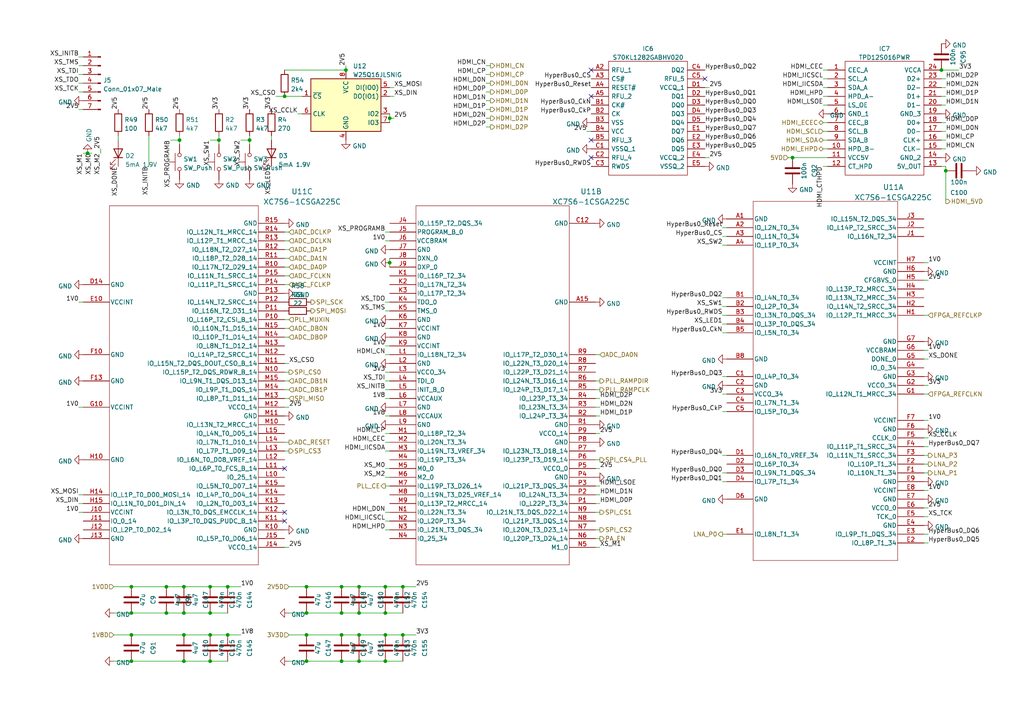
<source format=kicad_sch>
(kicad_sch (version 20211123) (generator eeschema)
  (paper "A4")
  (junction (at 113.03 34.29))
  (junction (at 99.06 170.18))
  (junction (at 104.14 191.77))
  (junction (at 88.9 191.77))
  (junction (at 273.05 20.32))
  (junction (at 48.26 177.8))
  (junction (at 66.04 170.18))
  (junction (at 72.39 40.64))
  (junction (at 52.07 40.64))
  (junction (at 104.14 170.18))
  (junction (at 113.03 76.2))
  (junction (at 66.04 184.15))
  (junction (at 53.34 184.15))
  (junction (at 111.76 184.15))
  (junction (at 25.4 44.45))
  (junction (at 99.06 177.8))
  (junction (at 53.34 191.77))
  (junction (at 104.14 177.8))
  (junction (at 116.84 170.18))
  (junction (at 111.76 170.18))
  (junction (at 100.33 20.32))
  (junction (at 60.96 184.15))
  (junction (at 111.76 177.8))
  (junction (at 111.76 191.77))
  (junction (at 60.96 191.77))
  (junction (at 53.34 177.8))
  (junction (at 60.96 177.8))
  (junction (at 38.1 170.18))
  (junction (at 38.1 177.8))
  (junction (at 63.5 40.64))
  (junction (at 104.14 184.15))
  (junction (at 60.96 170.18))
  (junction (at 229.87 45.72))
  (junction (at 88.9 184.15))
  (junction (at 99.06 191.77))
  (junction (at 38.1 184.15))
  (junction (at 274.32 49.53))
  (junction (at 88.9 170.18))
  (junction (at 38.1 191.77))
  (junction (at 48.26 170.18))
  (junction (at 116.84 184.15))
  (junction (at 99.06 184.15))
  (junction (at 53.34 170.18))
  (junction (at 88.9 177.8))
  (junction (at 82.55 27.94))
  (no_connect (at 82.55 151.13))
  (no_connect (at 82.55 148.59))
  (no_connect (at 82.55 135.89))
  (no_connect (at 171.45 20.32))
  (no_connect (at 171.45 40.64))
  (no_connect (at 171.45 27.94))
  (no_connect (at 171.45 45.72))
  (no_connect (at 204.47 22.86))
  (wire (pts (xy 82.55 82.55) (xy 83.82 82.55)))
  (wire (pts (xy 104.14 184.15) (xy 111.76 184.15)))
  (wire (pts (xy 82.55 118.11) (xy 83.82 118.11)))
  (wire (pts (xy 111.76 125.73) (xy 113.03 125.73)))
  (wire (pts (xy 22.86 19.05) (xy 24.13 19.05)))
  (wire (pts (xy 209.55 86.36) (xy 210.82 86.36)))
  (wire (pts (xy 267.97 121.92) (xy 269.24 121.92)))
  (wire (pts (xy 274.32 49.53) (xy 274.32 58.42)))
  (wire (pts (xy 173.99 140.97) (xy 172.72 140.97)))
  (wire (pts (xy 111.76 153.67) (xy 113.03 153.67)))
  (wire (pts (xy 82.55 158.75) (xy 83.82 158.75)))
  (wire (pts (xy 24.13 44.45) (xy 25.4 44.45)))
  (wire (pts (xy 38.1 177.8) (xy 48.26 177.8)))
  (wire (pts (xy 209.55 93.98) (xy 210.82 93.98)))
  (wire (pts (xy 38.1 170.18) (xy 48.26 170.18)))
  (wire (pts (xy 140.97 34.29) (xy 142.24 34.29)))
  (wire (pts (xy 173.99 148.59) (xy 172.72 148.59)))
  (wire (pts (xy 78.74 39.37) (xy 78.74 40.64)))
  (wire (pts (xy 83.82 184.15) (xy 88.9 184.15)))
  (wire (pts (xy 274.32 25.4) (xy 273.05 25.4)))
  (wire (pts (xy 238.76 35.56) (xy 240.03 35.56)))
  (wire (pts (xy 83.82 170.18) (xy 88.9 170.18)))
  (wire (pts (xy 82.55 128.27) (xy 83.82 128.27)))
  (wire (pts (xy 228.6 45.72) (xy 229.87 45.72)))
  (wire (pts (xy 22.86 21.59) (xy 24.13 21.59)))
  (wire (pts (xy 111.76 107.95) (xy 113.03 107.95)))
  (wire (pts (xy 22.86 26.67) (xy 24.13 26.67)))
  (wire (pts (xy 111.76 138.43) (xy 113.03 138.43)))
  (wire (pts (xy 80.01 27.94) (xy 82.55 27.94)))
  (wire (pts (xy 267.97 91.44) (xy 269.24 91.44)))
  (wire (pts (xy 267.97 101.6) (xy 269.24 101.6)))
  (wire (pts (xy 267.97 76.2) (xy 269.24 76.2)))
  (wire (pts (xy 111.76 128.27) (xy 113.03 128.27)))
  (wire (pts (xy 172.72 135.89) (xy 173.99 135.89)))
  (wire (pts (xy 209.55 109.22) (xy 210.82 109.22)))
  (wire (pts (xy 209.55 114.3) (xy 210.82 114.3)))
  (wire (pts (xy 66.04 170.18) (xy 69.85 170.18)))
  (wire (pts (xy 111.76 170.18) (xy 116.84 170.18)))
  (wire (pts (xy 209.55 91.44) (xy 210.82 91.44)))
  (wire (pts (xy 113.03 76.2) (xy 113.03 77.47)))
  (wire (pts (xy 111.76 148.59) (xy 113.03 148.59)))
  (wire (pts (xy 38.1 191.77) (xy 53.34 191.77)))
  (wire (pts (xy 267.97 142.24) (xy 269.24 142.24)))
  (wire (pts (xy 22.86 118.11) (xy 24.13 118.11)))
  (wire (pts (xy 173.99 143.51) (xy 172.72 143.51)))
  (wire (pts (xy 83.82 77.47) (xy 82.55 77.47)))
  (wire (pts (xy 113.03 25.4) (xy 114.3 25.4)))
  (wire (pts (xy 52.07 40.64) (xy 49.53 40.64)))
  (wire (pts (xy 238.76 27.94) (xy 240.03 27.94)))
  (wire (pts (xy 82.55 115.57) (xy 83.82 115.57)))
  (wire (pts (xy 205.74 45.72) (xy 204.47 45.72)))
  (wire (pts (xy 22.86 146.05) (xy 24.13 146.05)))
  (wire (pts (xy 22.86 24.13) (xy 24.13 24.13)))
  (wire (pts (xy 209.55 66.04) (xy 210.82 66.04)))
  (wire (pts (xy 111.76 115.57) (xy 113.03 115.57)))
  (wire (pts (xy 267.97 147.32) (xy 269.24 147.32)))
  (wire (pts (xy 111.76 95.25) (xy 113.03 95.25)))
  (wire (pts (xy 267.97 134.62) (xy 269.24 134.62)))
  (wire (pts (xy 116.84 184.15) (xy 120.65 184.15)))
  (wire (pts (xy 173.99 110.49) (xy 172.72 110.49)))
  (wire (pts (xy 99.06 184.15) (xy 104.14 184.15)))
  (wire (pts (xy 99.06 170.18) (xy 104.14 170.18)))
  (wire (pts (xy 238.76 20.32) (xy 240.03 20.32)))
  (wire (pts (xy 170.18 38.1) (xy 171.45 38.1)))
  (wire (pts (xy 104.14 191.77) (xy 111.76 191.77)))
  (wire (pts (xy 86.36 33.02) (xy 87.63 33.02)))
  (wire (pts (xy 48.26 170.18) (xy 53.34 170.18)))
  (wire (pts (xy 22.86 87.63) (xy 24.13 87.63)))
  (wire (pts (xy 63.5 40.64) (xy 60.96 40.64)))
  (wire (pts (xy 83.82 74.93) (xy 82.55 74.93)))
  (wire (pts (xy 22.86 148.59) (xy 24.13 148.59)))
  (wire (pts (xy 111.76 184.15) (xy 116.84 184.15)))
  (wire (pts (xy 140.97 36.83) (xy 142.24 36.83)))
  (wire (pts (xy 238.76 30.48) (xy 240.03 30.48)))
  (wire (pts (xy 172.72 125.73) (xy 173.99 125.73)))
  (wire (pts (xy 82.55 107.95) (xy 83.82 107.95)))
  (wire (pts (xy 63.5 40.64) (xy 63.5 41.91)))
  (wire (pts (xy 111.76 67.31) (xy 113.03 67.31)))
  (wire (pts (xy 274.32 27.94) (xy 273.05 27.94)))
  (wire (pts (xy 83.82 191.77) (xy 88.9 191.77)))
  (wire (pts (xy 111.76 151.13) (xy 113.03 151.13)))
  (wire (pts (xy 83.82 130.81) (xy 82.55 130.81)))
  (wire (pts (xy 25.4 44.45) (xy 26.67 44.45)))
  (wire (pts (xy 48.26 177.8) (xy 53.34 177.8)))
  (wire (pts (xy 209.55 137.16) (xy 210.82 137.16)))
  (wire (pts (xy 140.97 19.05) (xy 142.24 19.05)))
  (wire (pts (xy 238.76 25.4) (xy 240.03 25.4)))
  (wire (pts (xy 33.02 191.77) (xy 38.1 191.77)))
  (wire (pts (xy 238.76 48.26) (xy 240.03 48.26)))
  (wire (pts (xy 52.07 39.37) (xy 52.07 40.64)))
  (wire (pts (xy 63.5 39.37) (xy 63.5 40.64)))
  (wire (pts (xy 274.32 30.48) (xy 273.05 30.48)))
  (wire (pts (xy 274.32 35.56) (xy 273.05 35.56)))
  (wire (pts (xy 72.39 40.64) (xy 72.39 41.91)))
  (wire (pts (xy 274.32 43.18) (xy 273.05 43.18)))
  (wire (pts (xy 113.03 33.02) (xy 113.03 34.29)))
  (wire (pts (xy 88.9 177.8) (xy 99.06 177.8)))
  (wire (pts (xy 209.55 68.58) (xy 210.82 68.58)))
  (wire (pts (xy 72.39 39.37) (xy 72.39 40.64)))
  (wire (pts (xy 83.82 67.31) (xy 82.55 67.31)))
  (wire (pts (xy 269.24 129.54) (xy 267.97 129.54)))
  (wire (pts (xy 111.76 87.63) (xy 113.03 87.63)))
  (wire (pts (xy 111.76 113.03) (xy 113.03 113.03)))
  (wire (pts (xy 83.82 113.03) (xy 82.55 113.03)))
  (wire (pts (xy 209.55 71.12) (xy 210.82 71.12)))
  (wire (pts (xy 82.55 27.94) (xy 87.63 27.94)))
  (wire (pts (xy 140.97 21.59) (xy 142.24 21.59)))
  (wire (pts (xy 83.82 72.39) (xy 82.55 72.39)))
  (wire (pts (xy 83.82 69.85) (xy 82.55 69.85)))
  (wire (pts (xy 111.76 90.17) (xy 113.03 90.17)))
  (wire (pts (xy 38.1 184.15) (xy 53.34 184.15)))
  (wire (pts (xy 140.97 26.67) (xy 142.24 26.67)))
  (wire (pts (xy 172.72 153.67) (xy 173.99 153.67)))
  (wire (pts (xy 229.87 45.72) (xy 240.03 45.72)))
  (wire (pts (xy 173.99 158.75) (xy 172.72 158.75)))
  (wire (pts (xy 52.07 40.64) (xy 52.07 41.91)))
  (wire (pts (xy 72.39 40.64) (xy 69.85 40.64)))
  (wire (pts (xy 113.03 34.29) (xy 114.3 34.29)))
  (wire (pts (xy 209.55 119.38) (xy 210.82 119.38)))
  (wire (pts (xy 173.99 133.35) (xy 172.72 133.35)))
  (wire (pts (xy 238.76 38.1) (xy 240.03 38.1)))
  (wire (pts (xy 60.96 184.15) (xy 66.04 184.15)))
  (wire (pts (xy 113.03 34.29) (xy 113.03 35.56)))
  (wire (pts (xy 60.96 191.77) (xy 66.04 191.77)))
  (wire (pts (xy 111.76 191.77) (xy 116.84 191.77)))
  (wire (pts (xy 83.82 105.41) (xy 82.55 105.41)))
  (wire (pts (xy 99.06 177.8) (xy 104.14 177.8)))
  (wire (pts (xy 269.24 104.14) (xy 267.97 104.14)))
  (wire (pts (xy 83.82 92.71) (xy 82.55 92.71)))
  (wire (pts (xy 269.24 149.86) (xy 267.97 149.86)))
  (wire (pts (xy 82.55 20.32) (xy 100.33 20.32)))
  (wire (pts (xy 274.32 38.1) (xy 273.05 38.1)))
  (wire (pts (xy 274.32 22.86) (xy 273.05 22.86)))
  (wire (pts (xy 111.76 102.87) (xy 113.03 102.87)))
  (wire (pts (xy 66.04 184.15) (xy 69.85 184.15)))
  (wire (pts (xy 209.55 88.9) (xy 210.82 88.9)))
  (wire (pts (xy 238.76 22.86) (xy 240.03 22.86)))
  (wire (pts (xy 53.34 177.8) (xy 60.96 177.8)))
  (wire (pts (xy 33.02 177.8) (xy 38.1 177.8)))
  (wire (pts (xy 205.74 25.4) (xy 204.47 25.4)))
  (wire (pts (xy 113.03 76.2) (xy 113.03 74.93)))
  (wire (pts (xy 100.33 19.05) (xy 100.33 20.32)))
  (wire (pts (xy 140.97 24.13) (xy 142.24 24.13)))
  (wire (pts (xy 172.72 113.03) (xy 173.99 113.03)))
  (wire (pts (xy 140.97 29.21) (xy 142.24 29.21)))
  (wire (pts (xy 238.76 40.64) (xy 240.03 40.64)))
  (wire (pts (xy 83.82 110.49) (xy 82.55 110.49)))
  (wire (pts (xy 104.14 177.8) (xy 111.76 177.8)))
  (wire (pts (xy 104.14 170.18) (xy 111.76 170.18)))
  (wire (pts (xy 22.86 143.51) (xy 24.13 143.51)))
  (wire (pts (xy 209.55 96.52) (xy 210.82 96.52)))
  (wire (pts (xy 274.32 48.26) (xy 273.05 48.26)))
  (wire (pts (xy 53.34 170.18) (xy 60.96 170.18)))
  (wire (pts (xy 111.76 100.33) (xy 113.03 100.33)))
  (wire (pts (xy 267.97 114.3) (xy 269.24 114.3)))
  (wire (pts (xy 88.9 184.15) (xy 99.06 184.15)))
  (wire (pts (xy 111.76 177.8) (xy 116.84 177.8)))
  (wire (pts (xy 116.84 170.18) (xy 120.65 170.18)))
  (wire (pts (xy 53.34 191.77) (xy 60.96 191.77)))
  (wire (pts (xy 88.9 170.18) (xy 99.06 170.18)))
  (wire (pts (xy 22.86 31.75) (xy 24.13 31.75)))
  (wire (pts (xy 173.99 102.87) (xy 172.72 102.87)))
  (wire (pts (xy 209.55 132.08) (xy 210.82 132.08)))
  (wire (pts (xy 29.21 43.18) (xy 29.21 44.45)))
  (wire (pts (xy 209.55 154.94) (xy 210.82 154.94)))
  (wire (pts (xy 111.76 135.89) (xy 113.03 135.89)))
  (wire (pts (xy 113.03 27.94) (xy 114.3 27.94)))
  (wire (pts (xy 238.76 43.18) (xy 240.03 43.18)))
  (wire (pts (xy 267.97 132.08) (xy 269.24 132.08)))
  (wire (pts (xy 111.76 140.97) (xy 113.03 140.97)))
  (wire (pts (xy 111.76 110.49) (xy 113.03 110.49)))
  (wire (pts (xy 173.99 115.57) (xy 172.72 115.57)))
  (wire (pts (xy 173.99 146.05) (xy 172.72 146.05)))
  (wire (pts (xy 274.32 40.64) (xy 273.05 40.64)))
  (wire (pts (xy 269.24 137.16) (xy 267.97 137.16)))
  (wire (pts (xy 111.76 120.65) (xy 113.03 120.65)))
  (wire (pts (xy 60.96 177.8) (xy 66.04 177.8)))
  (wire (pts (xy 83.82 177.8) (xy 88.9 177.8)))
  (wire (pts (xy 274.32 48.26) (xy 274.32 49.53)))
  (wire (pts (xy 83.82 80.01) (xy 82.55 80.01)))
  (wire (pts (xy 88.9 191.77) (xy 99.06 191.77)))
  (wire (pts (xy 269.24 127) (xy 267.97 127)))
  (wire (pts (xy 34.29 39.37) (xy 34.29 40.64)))
  (wire (pts (xy 53.34 184.15) (xy 60.96 184.15)))
  (wire (pts (xy 82.55 95.25) (xy 83.82 95.25)))
  (wire (pts (xy 269.24 157.48) (xy 267.97 157.48)))
  (wire (pts (xy 111.76 130.81) (xy 113.03 130.81)))
  (wire (pts (xy 140.97 31.75) (xy 142.24 31.75)))
  (wire (pts (xy 172.72 156.21) (xy 173.99 156.21)))
  (wire (pts (xy 173.99 118.11) (xy 172.72 118.11)))
  (wire (pts (xy 60.96 170.18) (xy 66.04 170.18)))
  (wire (pts (xy 173.99 120.65) (xy 172.72 120.65)))
  (wire (pts (xy 43.18 39.37) (xy 43.18 48.26)))
  (wire (pts (xy 33.02 184.15) (xy 38.1 184.15)))
  (wire (pts (xy 267.97 111.76) (xy 269.24 111.76)))
  (wire (pts (xy 111.76 69.85) (xy 113.03 69.85)))
  (wire (pts (xy 22.86 16.51) (xy 24.13 16.51)))
  (wire (pts (xy 269.24 154.94) (xy 267.97 154.94)))
  (wire (pts (xy 267.97 81.28) (xy 269.24 81.28)))
  (wire (pts (xy 33.02 170.18) (xy 38.1 170.18)))
  (wire (pts (xy 273.05 20.32) (xy 278.13 20.32)))
  (wire (pts (xy 99.06 191.77) (xy 104.14 191.77)))
  (wire (pts (xy 209.55 139.7) (xy 210.82 139.7)))
  (wire (pts (xy 82.55 97.79) (xy 83.82 97.79)))
  (label "XS_M0" (at 26.67 44.45 270))
  (label "1V0" (at 22.86 87.63 180))
  (label "HDMI_D2N" (at 173.99 118.11 0))
  (label "XS_DONE" (at 269.24 104.14 0))
  (label "HyperBus0_DQ4" (at 209.55 132.08 180))
  (label "XS_TDI" (at 22.86 21.59 180))
  (label "2V5" (at 173.99 125.73 0))
  (label "XS_TMS" (at 22.86 19.05 180))
  (label "HyperBus0_DQ5" (at 269.24 157.48 0))
  (label "2V5" (at 100.33 19.05 90))
  (label "XS_SW1" (at 209.55 88.9 180))
  (label "1V0" (at 269.24 142.24 0))
  (label "XS_M2" (at 29.21 44.45 270))
  (label "HDMI_D2N" (at 140.97 34.29 180))
  (label "1V0" (at 22.86 148.59 180))
  (label "1V8" (at 69.85 184.15 0))
  (label "HyperBus0_DQ1" (at 209.55 139.7 180))
  (label "XS_INITB" (at 43.18 48.26 270))
  (label "HDMI_CN" (at 140.97 19.05 180))
  (label "HyperBus0_DQ7" (at 204.47 38.1 0))
  (label "HyperBus0_DQ0" (at 204.47 30.48 0))
  (label "HDMI_D1N" (at 140.97 29.21 180))
  (label "1V0" (at 69.85 170.18 0))
  (label "XS_M1" (at 24.13 44.45 270))
  (label "XS_CSO" (at 80.01 27.94 180))
  (label "HDMI_D0P" (at 173.99 146.05 0))
  (label "2V5" (at 22.86 31.75 180))
  (label "XS_DIN" (at 114.3 27.94 0))
  (label "XS_DIN" (at 22.86 146.05 180))
  (label "HDMI_HPD" (at 111.76 153.67 180))
  (label "XS_TCK" (at 269.24 149.86 0))
  (label "HDMI_CN" (at 274.32 43.18 0))
  (label "XS_M0" (at 111.76 135.89 180))
  (label "HyperBus0_Reset" (at 171.45 25.4 180))
  (label "XS_CSO" (at 83.82 105.41 0))
  (label "HDMI_CP" (at 111.76 125.73 180))
  (label "2V5" (at 29.21 43.18 90))
  (label "HDMI_D0N" (at 111.76 148.59 180))
  (label "1V0" (at 269.24 101.6 0))
  (label "1V8" (at 111.76 120.65 180))
  (label "2V5" (at 269.24 81.28 0))
  (label "3V3" (at 269.24 111.76 0))
  (label "2V5" (at 52.07 31.75 90))
  (label "XS_INITB" (at 111.76 113.03 180))
  (label "HyperBus0_DQ3" (at 204.47 33.02 0))
  (label "3V3" (at 111.76 107.95 180))
  (label "HDMI_D1P" (at 274.32 27.94 0))
  (label "2V5" (at 269.24 147.32 0))
  (label "HyperBus0_DQ4" (at 204.47 35.56 0))
  (label "XS_TDI" (at 111.76 110.49 180))
  (label "2V5" (at 205.74 45.72 0))
  (label "HyperBus0_DQ1" (at 204.47 27.94 0))
  (label "HyperBus0_DQ7" (at 269.24 129.54 0))
  (label "1V0" (at 269.24 76.2 0))
  (label "XS_M2" (at 111.76 138.43 180))
  (label "HyperBus0_DQ2" (at 204.47 20.32 0))
  (label "XS_SW2" (at 209.55 71.12 180))
  (label "XS_SW2" (at 69.85 40.64 270))
  (label "HyperBus0_Reset" (at 209.55 66.04 180))
  (label "HDMI_D0P" (at 140.97 26.67 180))
  (label "HyperBus0_CS" (at 209.55 68.58 180))
  (label "XS_CCLK" (at 86.36 33.02 180))
  (label "HyperBus0_CkN" (at 209.55 96.52 180))
  (label "HDMI_CP" (at 140.97 21.59 180))
  (label "HDMI_CEC" (at 111.76 128.27 180))
  (label "2V5" (at 120.65 170.18 0))
  (label "XS_PROGRAMB" (at 111.76 67.31 180))
  (label "1V0" (at 111.76 95.25 180))
  (label "HDMI_HPD" (at 238.76 27.94 180))
  (label "XS_PROGRAMB" (at 49.53 40.64 270))
  (label "HDMI_D2P" (at 274.32 22.86 0))
  (label "3V3" (at 120.65 184.15 0))
  (label "XS_MOSI" (at 114.3 25.4 0))
  (label "XS_LED1" (at 209.55 93.98 180))
  (label "HDMI_D0P" (at 274.32 35.56 0))
  (label "HDMI_IICSDA" (at 238.76 25.4 180))
  (label "HDMI_D2N" (at 274.32 25.4 0))
  (label "3V3" (at 278.13 20.32 0))
  (label "HDMI_D2P" (at 173.99 115.57 0))
  (label "2V5" (at 34.29 31.75 90))
  (label "HDMI_CEC" (at 238.76 20.32 180))
  (label "HDMI_D1N" (at 274.32 30.48 0))
  (label "2V5" (at 170.18 38.1 180))
  (label "XS_TDO" (at 111.76 87.63 180))
  (label "HDMI_LSOE" (at 238.76 30.48 180))
  (label "HDMI_CN" (at 111.76 102.87 180))
  (label "1V0" (at 269.24 121.92 0))
  (label "XS_MOSI" (at 22.86 143.51 180))
  (label "HyperBus0_CkP" (at 171.45 33.02 180))
  (label "HDMI_D0N" (at 274.32 38.1 0))
  (label "2V5" (at 114.3 34.29 0))
  (label "HDMI_LSOE" (at 173.99 140.97 0))
  (label "XS_TCK" (at 22.86 26.67 180))
  (label "XS_SW1" (at 60.96 40.64 270))
  (label "HDMI_D0N" (at 140.97 24.13 180))
  (label "HDMI_D1N" (at 173.99 143.51 0))
  (label "HDMI_D2P" (at 140.97 36.83 180))
  (label "3V3" (at 209.55 114.3 180))
  (label "2V5" (at 83.82 118.11 0))
  (label "XS_CCLK" (at 269.24 127 0))
  (label "HyperBus0_DQ2" (at 209.55 86.36 180))
  (label "HyperBus0_RWDS" (at 209.55 91.44 180))
  (label "HDMI_IICSCL" (at 111.76 151.13 180))
  (label "HyperBus0_CkP" (at 209.55 119.38 180))
  (label "XS_DONE" (at 34.29 48.26 270))
  (label "3V3" (at 78.74 31.75 90))
  (label "HDMI_D1P" (at 140.97 31.75 180))
  (label "HyperBus0_DQ5" (at 204.47 43.18 0))
  (label "1V0" (at 111.76 69.85 180))
  (label "HyperBus0_DQ6" (at 269.24 154.94 0))
  (label "HyperBus0_RWDS" (at 171.45 48.26 180))
  (label "2V5" (at 205.74 25.4 0))
  (label "3V3" (at 63.5 31.75 90))
  (label "HyperBus0_CkN" (at 171.45 30.48 180))
  (label "XS_TMS" (at 111.76 90.17 180))
  (label "HDMI_CP" (at 274.32 40.64 0))
  (label "HDMI_IICSCL" (at 238.76 22.86 180))
  (label "1V0" (at 111.76 100.33 180))
  (label "HDMI_IICSDA" (at 111.76 130.81 180))
  (label "HyperBus0_DQ6" (at 204.47 40.64 0))
  (label "XS_INITB" (at 22.86 16.51 180))
  (label "1V8" (at 111.76 115.57 180))
  (label "HDMI_CTHPD" (at 238.76 48.26 270))
  (label "2V5" (at 43.18 31.75 90))
  (label "XS_TDO" (at 22.86 24.13 180))
  (label "1V0" (at 22.86 118.11 180))
  (label "HyperBus0_DQ3" (at 209.55 109.22 180))
  (label "3V3" (at 72.39 31.75 90))
  (label "2V5" (at 83.82 158.75 0))
  (label "HyperBus0_CS" (at 171.45 22.86 180))
  (label "XS_M1" (at 173.99 158.75 0))
  (label "2V5" (at 173.99 135.89 0))
  (label "XS_LED1" (at 78.74 48.26 270))
  (label "HDMI_D1P" (at 173.99 120.65 0))
  (label "HyperBus0_DQ0" (at 209.55 137.16 180))
  (hierarchical_label "FPGA_REFCLKN" (shape input) (at 269.24 114.3 0))
  (hierarchical_label "ADC_DB0N" (shape input) (at 83.82 95.25 0))
  (hierarchical_label "HDMI_ECEC" (shape bidirectional) (at 238.76 35.56 180))
  (hierarchical_label "PA_EN" (shape output) (at 173.99 156.21 0))
  (hierarchical_label "ADC_DB1P" (shape input) (at 83.82 113.03 0))
  (hierarchical_label "HDMI_EHPD" (shape bidirectional) (at 238.76 43.18 180))
  (hierarchical_label "SPI_CS1" (shape output) (at 173.99 148.59 0))
  (hierarchical_label "HDMI_SCL" (shape input) (at 238.76 38.1 180))
  (hierarchical_label "3V3D" (shape input) (at 83.82 184.15 180))
  (hierarchical_label "PLL_RAMPCLK" (shape output) (at 173.99 113.03 0))
  (hierarchical_label "2V5D" (shape input) (at 83.82 170.18 180))
  (hierarchical_label "LNA_P3" (shape output) (at 269.24 132.08 0))
  (hierarchical_label "SPI_MISO" (shape input) (at 83.82 115.57 0))
  (hierarchical_label "ADC_DA0P" (shape input) (at 83.82 77.47 0))
  (hierarchical_label "HDMI_D2P" (shape output) (at 142.24 36.83 0))
  (hierarchical_label "ADC_DCLKN" (shape input) (at 83.82 69.85 0))
  (hierarchical_label "LNA_P0" (shape output) (at 209.55 154.94 180))
  (hierarchical_label "PLL_RAMPDIR" (shape output) (at 173.99 110.49 0))
  (hierarchical_label "1V8D" (shape input) (at 33.02 184.15 180))
  (hierarchical_label "ADC_FCLKP" (shape input) (at 83.82 82.55 0))
  (hierarchical_label "ADC_RESET" (shape output) (at 83.82 128.27 0))
  (hierarchical_label "SPI_CS4_PLL" (shape output) (at 173.99 133.35 0))
  (hierarchical_label "ADC_DB1N" (shape input) (at 83.82 110.49 0))
  (hierarchical_label "HDMI_D2N" (shape output) (at 142.24 34.29 0))
  (hierarchical_label "PLL_CE" (shape output) (at 111.76 140.97 180))
  (hierarchical_label "ADC_DA1P" (shape input) (at 83.82 72.39 0))
  (hierarchical_label "HDMI_D1N" (shape output) (at 142.24 29.21 0))
  (hierarchical_label "HDMI_CP" (shape output) (at 142.24 21.59 0))
  (hierarchical_label "LNA_P2" (shape output) (at 269.24 134.62 0))
  (hierarchical_label "SPI_MOSI" (shape output) (at 90.17 90.17 0))
  (hierarchical_label "HDMI_CN" (shape output) (at 142.24 19.05 0))
  (hierarchical_label "FPGA_REFCLKP" (shape input) (at 269.24 91.44 0))
  (hierarchical_label "ADC_DB0P" (shape input) (at 83.82 97.79 0))
  (hierarchical_label "HDMI_SDA" (shape bidirectional) (at 238.76 40.64 180))
  (hierarchical_label "SPI_CS3" (shape output) (at 83.82 130.81 0))
  (hierarchical_label "1V0D" (shape input) (at 33.02 170.18 180))
  (hierarchical_label "ADC_DA0N" (shape input) (at 173.99 102.87 0))
  (hierarchical_label "ADC_DA1N" (shape input) (at 83.82 74.93 0))
  (hierarchical_label "ADC_FCLKN" (shape input) (at 83.82 80.01 0))
  (hierarchical_label "HDMI_D1P" (shape output) (at 142.24 31.75 0))
  (hierarchical_label "SPI_SCK" (shape output) (at 90.17 87.63 0))
  (hierarchical_label "5VD" (shape input) (at 228.6 45.72 180))
  (hierarchical_label "ADC_DCLKP" (shape input) (at 83.82 67.31 0))
  (hierarchical_label "HDMI_D0N" (shape output) (at 142.24 24.13 0))
  (hierarchical_label "PLL_MUXIN" (shape input) (at 83.82 92.71 0))
  (hierarchical_label "HDMI_5VD" (shape output) (at 274.32 58.42 0))
  (hierarchical_label "HDMI_D0P" (shape output) (at 142.24 26.67 0))
  (hierarchical_label "SPI_CS0" (shape output) (at 83.82 107.95 0))
  (hierarchical_label "SPI_CS2" (shape output) (at 173.99 153.67 0))
  (hierarchical_label "LNA_P1" (shape output) (at 269.24 137.16 0))
  (symbol (lib_id "power:GND") (at 172.72 128.27 90) (unit 1)
    (property "Reference" "#PWR0239" (effects hide))
    (property "Value" "GND" (at 175.895 128.7038 90) (effects (justify right)))
  )
  (symbol (lib_id "XC7S6-CSGA225:XC7S6-1CSGA225C") (at 24.13 64.77 0) (unit 3)
    (property "Reference" "U11" (at 87.63 55.5424 0) (effects (font (size 1.524 1.524))))
    (property "Value" "XC7S6-1CSGA225C" (at 87.63 58.5358 0) (effects (font (size 1.524 1.524))))
    (property "Footprint" "XC7S6-CSGA225:CSGA225_XIL" (effects hide))
    (property "Datasheet" "XC7S6-1CSGA225C" (effects hide))
  )
  (symbol (lib_id "Device:C") (at 111.76 173.99 0) (unit 1)
    (property "Reference" "C152" (at 118.11 173.99 90))
    (property "Value" "470n" (at 115.0819 173.99 90))
    (property "Footprint" "Capacitor_SMD:C_0402_1005Metric" (effects hide))
  )
  (symbol (lib_id "power:GND") (at 267.97 152.4 90) (unit 1)
    (property "Reference" "#PWR0261" (effects hide))
    (property "Value" "GND" (at 271.145 152.8338 90) (effects (justify right)))
  )
  (symbol (lib_id "power:GND") (at 171.45 43.18 270) (unit 1)
    (property "Reference" "#PWR0241" (effects hide))
    (property "Value" "GND" (at 168.2751 43.6138 90) (effects (justify right)))
  )
  (symbol (lib_id "power:GND") (at 24.13 133.35 270) (unit 1)
    (property "Reference" "#PWR0202" (effects hide))
    (property "Value" "GND" (at 20.9551 133.7838 90) (effects (justify right)))
  )
  (symbol (lib_id "power:GND") (at 33.02 177.8 270) (unit 1)
    (property "Reference" "#PWR0196" (effects hide))
    (property "Value" "GND" (at 33.655 178.2338 90) (effects (justify left)))
  )
  (symbol (lib_id "power:GND") (at 113.03 72.39 270) (unit 1)
    (property "Reference" "#PWR0220" (effects hide))
    (property "Value" "GND" (at 109.8551 72.8238 90) (effects (justify right)))
  )
  (symbol (lib_id "power:GND") (at 25.4 44.45 180) (unit 1)
    (property "Reference" "#PWR0174" (effects hide))
    (property "Value" "GND" (at 25.8338 41.275 90) (effects (justify right)))
  )
  (symbol (lib_id "power:GND") (at 267.97 144.78 90) (unit 1)
    (property "Reference" "#PWR0251" (effects hide))
    (property "Value" "GND" (at 271.145 145.2138 90) (effects (justify right)))
  )
  (symbol (lib_id "Device:R") (at 82.55 24.13 180) (unit 1)
    (property "Reference" "R54" (at 84.328 23.2953 0) (effects (justify right)))
    (property "Value" "2k4" (at 84.328 25.8322 0) (effects (justify right)))
    (property "Footprint" "Resistor_SMD:R_0402_1005Metric" (effects hide))
  )
  (symbol (lib_id "power:GND") (at 24.13 102.87 270) (unit 1)
    (property "Reference" "#PWR0204" (effects hide))
    (property "Value" "GND" (at 20.9551 103.3038 90) (effects (justify right)))
  )
  (symbol (lib_id "Device:C") (at 104.14 173.99 0) (unit 1)
    (property "Reference" "C150" (at 110.49 173.99 90))
    (property "Value" "4u7" (at 107.4619 173.99 90))
    (property "Footprint" "Capacitor_SMD:C_0603_1608Metric" (effects hide))
  )
  (symbol (lib_id "Switch:SW_Push") (at 72.39 46.99 90) (unit 1)
    (property "Reference" "SW3" (at 73.533 46.1553 90) (effects (justify right)))
    (property "Value" "SW_Push" (at 73.533 48.6922 90) (effects (justify right)))
    (property "Footprint" "Button_Switch_SMD:SW_Push_SPST_NO_Alps_SKRK" (effects hide))
  )
  (symbol (lib_id "Device:C") (at 66.04 173.99 0) (unit 1)
    (property "Reference" "C144" (at 72.39 173.99 90))
    (property "Value" "470n" (at 69.3619 173.99 90))
    (property "Footprint" "Capacitor_SMD:C_0402_1005Metric" (effects hide))
  )
  (symbol (lib_id "power:GND") (at 267.97 139.7 90) (unit 1)
    (property "Reference" "#PWR0252" (effects hide))
    (property "Value" "GND" (at 271.145 140.1338 90) (effects (justify right)))
  )
  (symbol (lib_id "power:GND") (at 113.03 97.79 270) (unit 1)
    (property "Reference" "#PWR0222" (effects hide))
    (property "Value" "GND" (at 109.8551 98.2238 90) (effects (justify right)))
  )
  (symbol (lib_id "power:GND") (at 82.55 85.09 90) (unit 1)
    (property "Reference" "#PWR0206" (effects hide))
    (property "Value" "GND" (at 85.725 85.5238 90) (effects (justify right)))
  )
  (symbol (lib_id "Device:C") (at 99.06 173.99 0) (unit 1)
    (property "Reference" "C148" (at 105.41 173.99 90))
    (property "Value" "4u7" (at 102.3819 173.99 90))
    (property "Footprint" "Capacitor_SMD:C_0603_1608Metric" (effects hide))
  )
  (symbol (lib_id "TPD12S016PWR:TPD12S016PWR") (at 240.03 20.32 0) (unit 1)
    (property "Reference" "IC7" (at 256.54 14.131 0))
    (property "Value" "TPD12S016PWR" (at 256.54 16.6679 0))
    (property "Footprint" "Package_SO:TSSOP-24_4.4x7.8mm_P0.65mm" (effects hide))
    (property "Datasheet" "http://www.ti.com/lit/ds/symlink/tpd12s016.pdf" (effects hide))
    (property "Description" "Texas Instruments,TPD12S016PWR,IC,HDMI TPD12S016PWR, HDMI Interface 12-channel HDMI 4.5" (effects hide))
    (property "Height" "1.2" (effects hide))
    (property "Mouser Part Number" "595-TPD12S016PWR" (effects hide))
    (property "Mouser Price/Stock" "https://www.mouser.co.uk/ProductDetail/Texas-Instruments/TPD12S016PWR?qs=Brs2XCuyt3duqIFAdfG0Pg%3D%3D" (effects hide))
    (property "Manufacturer_Name" "Texas Instruments" (effects hide))
    (property "Manufacturer_Part_Number" "TPD12S016PWR" (effects hide))
  )
  (symbol (lib_id "power:GND") (at 172.72 64.77 90) (unit 1)
    (property "Reference" "#PWR0230" (effects hide))
    (property "Value" "GND" (at 175.895 65.2038 90) (effects (justify right)))
  )
  (symbol (lib_id "power:GND") (at 24.13 82.55 270) (unit 1)
    (property "Reference" "#PWR0194" (effects hide))
    (property "Value" "GND" (at 20.9551 82.9838 90) (effects (justify right)))
  )
  (symbol (lib_id "power:GND") (at 24.13 110.49 270) (unit 1)
    (property "Reference" "#PWR0203" (effects hide))
    (property "Value" "GND" (at 20.9551 110.9238 90) (effects (justify right)))
  )
  (symbol (lib_id "power:GND") (at 82.55 153.67 90) (unit 1)
    (property "Reference" "#PWR0197" (effects hide))
    (property "Value" "GND" (at 85.725 154.1038 90) (effects (justify right)))
  )
  (symbol (lib_id "Switch:SW_Push") (at 63.5 46.99 90) (unit 1)
    (property "Reference" "SW2" (at 64.643 46.1553 90) (effects (justify right)))
    (property "Value" "SW_Push" (at 64.643 48.6922 90) (effects (justify right)))
    (property "Footprint" "Button_Switch_SMD:SW_Push_SPST_NO_Alps_SKRK" (effects hide))
  )
  (symbol (lib_id "power:GND") (at 72.39 52.07 0) (unit 1)
    (property "Reference" "#PWR0112" (effects hide))
    (property "Value" "GND" (at 74.295 53.7738 0) (effects (justify left)))
  )
  (symbol (lib_name "XC7S6-1CSGA225C_1") (lib_id "XC7S6-CSGA225:XC7S6-1CSGA225C") (at 210.82 63.5 0) (unit 1)
    (property "Reference" "U11" (at 259.08 54.2724 0) (effects (font (size 1.524 1.524))))
    (property "Value" "XC7S6-1CSGA225C" (at 259.08 57.2658 0) (effects (font (size 1.524 1.524))))
    (property "Footprint" "XC7S6-CSGA225:CSGA225_XIL" (effects hide))
    (property "Datasheet" "XC7S6-1CSGA225C" (effects hide))
  )
  (symbol (lib_id "Device:C") (at 38.1 187.96 0) (unit 1)
    (property "Reference" "C91" (at 44.45 187.96 90))
    (property "Value" "47u" (at 41.4219 187.96 90))
    (property "Footprint" "Capacitor_SMD:C_1210_3225Metric" (effects hide))
  )
  (symbol (lib_id "Device:C") (at 48.26 173.99 0) (unit 1)
    (property "Reference" "C94" (at 54.61 173.99 90))
    (property "Value" "4u7" (at 51.5819 173.99 90))
    (property "Footprint" "Capacitor_SMD:C_0603_1608Metric" (effects hide))
  )
  (symbol (lib_id "power:GND") (at 33.02 191.77 270) (unit 1)
    (property "Reference" "#PWR0193" (effects hide))
    (property "Value" "GND" (at 33.655 192.2038 90) (effects (justify left)))
  )
  (symbol (lib_id "Device:C") (at 38.1 173.99 0) (unit 1)
    (property "Reference" "C9" (at 44.45 173.99 90))
    (property "Value" "47u" (at 41.4219 173.99 90))
    (property "Footprint" "Capacitor_SMD:C_1210_3225Metric" (effects hide))
  )
  (symbol (lib_id "Device:R") (at 86.36 90.17 90) (unit 1)
    (property "Reference" "R61" (at 86.36 85.4542 90))
    (property "Value" "22" (at 86.36 87.9911 90))
    (property "Footprint" "Resistor_SMD:R_0402_1005Metric" (effects hide))
  )
  (symbol (lib_id "power:GND") (at 172.72 138.43 90) (unit 1)
    (property "Reference" "#PWR0235" (effects hide))
    (property "Value" "GND" (at 175.895 138.8638 90) (effects (justify right)))
  )
  (symbol (lib_id "Device:C") (at 116.84 187.96 0) (unit 1)
    (property "Reference" "C155" (at 123.19 187.96 90))
    (property "Value" "470n" (at 120.1619 187.96 90))
    (property "Footprint" "Capacitor_SMD:C_0402_1005Metric" (effects hide))
  )
  (symbol (lib_id "Device:C") (at 273.05 16.51 0) (unit 1)
    (property "Reference" "C95" (at 279.4 16.51 90))
    (property "Value" "100n" (at 276.3719 16.51 90))
    (property "Footprint" "Capacitor_SMD:C_0402_1005Metric" (effects hide))
  )
  (symbol (lib_id "power:GND") (at 113.03 118.11 270) (unit 1)
    (property "Reference" "#PWR0186" (effects hide))
    (property "Value" "GND" (at 109.8551 118.5438 90) (effects (justify right)))
  )
  (symbol (lib_id "power:GND") (at 63.5 52.07 0) (unit 1)
    (property "Reference" "#PWR0110" (effects hide))
    (property "Value" "GND" (at 65.405 53.7738 0) (effects (justify left)))
  )
  (symbol (lib_id "Device:R") (at 72.39 35.56 0) (unit 1)
    (property "Reference" "R3" (at 74.168 34.7253 0) (effects (justify left)))
    (property "Value" "4k7" (at 74.168 37.2622 0) (effects (justify left)))
    (property "Footprint" "Resistor_SMD:R_0402_1005Metric" (effects hide))
  )
  (symbol (lib_id "Device:C") (at 88.9 173.99 0) (unit 1)
    (property "Reference" "C146" (at 95.25 173.99 90))
    (property "Value" "47u" (at 92.2219 173.99 90))
    (property "Footprint" "Capacitor_SMD:C_1210_3225Metric" (effects hide))
  )
  (symbol (lib_id "power:GND") (at 210.82 104.14 270) (unit 1)
    (property "Reference" "#PWR0232" (effects hide))
    (property "Value" "GND" (at 207.6451 104.5738 90) (effects (justify right)))
  )
  (symbol (lib_id "power:GND") (at 204.47 48.26 90) (unit 1)
    (property "Reference" "#PWR0231" (effects hide))
    (property "Value" "GND" (at 207.645 48.6938 90) (effects (justify right)))
  )
  (symbol (lib_id "Device:R") (at 43.18 35.56 0) (unit 1)
    (property "Reference" "R50" (at 44.958 34.7253 0) (effects (justify left)))
    (property "Value" "4k7" (at 44.958 37.2622 0) (effects (justify left)))
    (property "Footprint" "Resistor_SMD:R_0402_1005Metric" (effects hide))
  )
  (symbol (lib_id "power:GND") (at 267.97 124.46 90) (unit 1)
    (property "Reference" "#PWR0260" (effects hide))
    (property "Value" "GND" (at 271.145 124.8938 90) (effects (justify right)))
  )
  (symbol (lib_id "power:GND") (at 267.97 109.22 90) (unit 1)
    (property "Reference" "#PWR0249" (effects hide))
    (property "Value" "GND" (at 271.145 109.6538 90) (effects (justify right)))
  )
  (symbol (lib_id "power:GND") (at 113.03 123.19 270) (unit 1)
    (property "Reference" "#PWR0185" (effects hide))
    (property "Value" "GND" (at 109.8551 123.6238 90) (effects (justify right)))
  )
  (symbol (lib_id "power:GND") (at 267.97 78.74 90) (unit 1)
    (property "Reference" "#PWR0257" (effects hide))
    (property "Value" "GND" (at 271.145 79.1738 90) (effects (justify right)))
  )
  (symbol (lib_id "Device:R") (at 78.74 35.56 0) (unit 1)
    (property "Reference" "R4" (at 80.518 34.7253 0) (effects (justify left)))
    (property "Value" "270" (at 80.518 37.2622 0) (effects (justify left)))
    (property "Footprint" "Resistor_SMD:R_0402_1005Metric" (effects hide))
  )
  (symbol (lib_id "power:GND") (at 229.87 53.34 0) (unit 1)
    (property "Reference" "#PWR0208" (effects hide))
    (property "Value" "GND" (at 231.775 55.0438 0) (effects (justify left)))
  )
  (symbol (lib_id "power:GND") (at 210.82 63.5 270) (unit 1)
    (property "Reference" "#PWR0229" (effects hide))
    (property "Value" "GND" (at 207.6451 63.9338 90) (effects (justify right)))
  )
  (symbol (lib_id "power:GND") (at 210.82 144.78 270) (unit 1)
    (property "Reference" "#PWR0234" (effects hide))
    (property "Value" "GND" (at 207.6451 145.2138 90) (effects (justify right)))
  )
  (symbol (lib_id "Device:C") (at 60.96 187.96 0) (unit 1)
    (property "Reference" "C115" (at 67.31 187.96 90))
    (property "Value" "470n" (at 64.2819 187.96 90))
    (property "Footprint" "Capacitor_SMD:C_0402_1005Metric" (effects hide))
  )
  (symbol (lib_id "power:GND") (at 113.03 92.71 270) (unit 1)
    (property "Reference" "#PWR0218" (effects hide))
    (property "Value" "GND" (at 109.8551 93.1438 90) (effects (justify right)))
  )
  (symbol (lib_id "power:GND") (at 24.13 156.21 270) (unit 1)
    (property "Reference" "#PWR0200" (effects hide))
    (property "Value" "GND" (at 20.9551 156.6438 90) (effects (justify right)))
  )
  (symbol (lib_id "Device:R") (at 63.5 35.56 0) (unit 1)
    (property "Reference" "R2" (at 65.278 34.7253 0) (effects (justify left)))
    (property "Value" "4k7" (at 65.278 37.2622 0) (effects (justify left)))
    (property "Footprint" "Resistor_SMD:R_0402_1005Metric" (effects hide))
  )
  (symbol (lib_name "XC7S6-1CSGA225C_2") (lib_id "XC7S6-CSGA225:XC7S6-1CSGA225C") (at 113.03 64.77 0) (unit 2)
    (property "Reference" "U11" (at 171.45 55.5424 0) (effects (font (size 1.524 1.524))))
    (property "Value" "XC7S6-1CSGA225C" (at 171.45 58.5358 0) (effects (font (size 1.524 1.524))))
    (property "Footprint" "XC7S6-CSGA225:CSGA225_XIL" (effects hide))
    (property "Datasheet" "XC7S6-1CSGA225C" (effects hide))
  )
  (symbol (lib_id "Device:C") (at 88.9 187.96 0) (unit 1)
    (property "Reference" "C147" (at 95.25 187.96 90))
    (property "Value" "47u" (at 92.2219 187.96 90))
    (property "Footprint" "Capacitor_SMD:C_1210_3225Metric" (effects hide))
  )
  (symbol (lib_id "Device:C") (at 111.76 187.96 0) (unit 1)
    (property "Reference" "C153" (at 118.11 187.96 90))
    (property "Value" "470n" (at 115.0819 187.96 90))
    (property "Footprint" "Capacitor_SMD:C_0402_1005Metric" (effects hide))
  )
  (symbol (lib_id "power:GND") (at 82.55 120.65 90) (mirror x) (unit 1)
    (property "Reference" "#PWR0113" (effects hide))
    (property "Value" "GND" (at 85.725 121.0838 90) (effects (justify right)))
  )
  (symbol (lib_id "power:GND") (at 172.72 123.19 90) (unit 1)
    (property "Reference" "#PWR0237" (effects hide))
    (property "Value" "GND" (at 175.895 123.6238 90) (effects (justify right)))
  )
  (symbol (lib_id "power:GND") (at 273.05 12.7 90) (unit 1)
    (property "Reference" "#PWR0205" (effects hide))
    (property "Value" "GND" (at 276.225 13.1338 90) (effects (justify right)))
  )
  (symbol (lib_id "Device:LED") (at 34.29 44.45 270) (mirror x) (unit 1)
    (property "Reference" "D2" (at 36.322 45.2028 90) (effects (justify left)))
    (property "Value" "5mA 1.9V" (at 36.322 47.7397 90) (effects (justify left)))
    (property "Footprint" "LED_SMD:LED_0402_1005Metric" (effects hide))
  )
  (symbol (lib_id "power:GND") (at 273.05 45.72 90) (unit 1)
    (property "Reference" "#PWR0244" (effects hide))
    (property "Value" "GND" (at 276.225 46.1538 90) (effects (justify right)))
  )
  (symbol (lib_id "Device:C") (at 60.96 173.99 0) (unit 1)
    (property "Reference" "C113" (at 67.31 173.99 90))
    (property "Value" "470n" (at 64.2819 173.99 90))
    (property "Footprint" "Capacitor_SMD:C_0402_1005Metric" (effects hide))
  )
  (symbol (lib_id "Device:C") (at 66.04 187.96 0) (unit 1)
    (property "Reference" "C145" (at 72.39 187.96 90))
    (property "Value" "470n" (at 69.3619 187.96 90))
    (property "Footprint" "Capacitor_SMD:C_0402_1005Metric" (effects hide))
  )
  (symbol (lib_id "power:GND") (at 113.03 76.2 270) (unit 1)
    (property "Reference" "#PWR0221" (effects hide))
    (property "Value" "GND" (at 109.8551 76.6338 90) (effects (justify right)))
  )
  (symbol (lib_id "Device:C") (at 104.14 187.96 0) (unit 1)
    (property "Reference" "C151" (at 110.49 187.96 90))
    (property "Value" "4u7" (at 107.4619 187.96 90))
    (property "Footprint" "Capacitor_SMD:C_0603_1608Metric" (effects hide))
  )
  (symbol (lib_id "Device:C") (at 229.87 49.53 0) (unit 1)
    (property "Reference" "C92" (at 236.22 49.53 90))
    (property "Value" "100n" (at 233.1919 49.53 90))
    (property "Footprint" "Capacitor_SMD:C_0402_1005Metric" (effects hide))
  )
  (symbol (lib_id "power:GND") (at 171.45 35.56 270) (unit 1)
    (property "Reference" "#PWR0242" (effects hide))
    (property "Value" "GND" (at 168.2751 35.9938 90) (effects (justify right)))
  )
  (symbol (lib_id "power:GND") (at 267.97 99.06 90) (unit 1)
    (property "Reference" "#PWR0254" (effects hide))
    (property "Value" "GND" (at 271.145 99.4938 90) (effects (justify right)))
  )
  (symbol (lib_id "Device:C") (at 278.13 49.53 270) (unit 1)
    (property "Reference" "C100" (at 278.13 55.88 90))
    (property "Value" "100n" (at 278.13 52.8519 90))
    (property "Footprint" "Capacitor_SMD:C_0402_1005Metric" (effects hide))
  )
  (symbol (lib_id "Device:R") (at 86.36 87.63 90) (unit 1)
    (property "Reference" "R58" (at 86.36 82.9142 90))
    (property "Value" "22" (at 86.36 85.4511 90))
    (property "Footprint" "Resistor_SMD:R_0402_1005Metric" (effects hide))
  )
  (symbol (lib_id "Device:C") (at 53.34 187.96 0) (unit 1)
    (property "Reference" "C110" (at 59.69 187.96 90))
    (property "Value" "4u7" (at 56.6619 187.96 90))
    (property "Footprint" "Capacitor_SMD:C_0603_1608Metric" (effects hide))
  )
  (symbol (lib_id "Device:C") (at 116.84 173.99 0) (unit 1)
    (property "Reference" "C154" (at 123.19 173.99 90))
    (property "Value" "470n" (at 120.1619 173.99 90))
    (property "Footprint" "Capacitor_SMD:C_0402_1005Metric" (effects hide))
  )
  (symbol (lib_id "power:GND") (at 172.72 87.63 90) (unit 1)
    (property "Reference" "#PWR0184" (effects hide))
    (property "Value" "GND" (at 175.895 88.0638 90) (effects (justify right)))
  )
  (symbol (lib_id "power:GND") (at 281.94 49.53 90) (unit 1)
    (property "Reference" "#PWR0180" (effects hide))
    (property "Value" "GND" (at 285.115 49.9638 90) (effects (justify right)))
  )
  (symbol (lib_id "Device:C") (at 53.34 173.99 0) (unit 1)
    (property "Reference" "C107" (at 59.69 173.99 90))
    (property "Value" "4u7" (at 56.6619 173.99 90))
    (property "Footprint" "Capacitor_SMD:C_0603_1608Metric" (effects hide))
  )
  (symbol (lib_id "power:GND") (at 100.33 40.64 0) (unit 1)
    (property "Reference" "#PWR0190" (effects hide))
    (property "Value" "GND" (at 102.235 42.3438 0) (effects (justify left)))
  )
  (symbol (lib_id "power:GND") (at 52.07 52.07 0) (unit 1)
    (property "Reference" "#PWR0216" (effects hide))
    (property "Value" "GND" (at 53.975 53.7738 0) (effects (justify left)))
  )
  (symbol (lib_id "power:GND") (at 82.55 64.77 90) (unit 1)
    (property "Reference" "#PWR0207" (effects hide))
    (property "Value" "GND" (at 85.725 65.2038 90) (effects (justify right)))
  )
  (symbol (lib_id "Memory_Flash:W25Q32JVSS") (at 100.33 30.48 0) (unit 1)
    (property "Reference" "U12" (at 102.3494 19.1602 0) (effects (justify left)))
    (property "Value" "W25Q16JLSNIG" (at 102.3494 21.6971 0) (effects (justify left)))
    (property "Footprint" "Package_SO:SOIC-8_5.23x5.23mm_P1.27mm" (effects hide))
    (property "Datasheet" "http://www.winbond.com/resource-files/w25q32jv%20revg%2003272018%20plus.pdf" (effects hide))
  )
  (symbol (lib_id "Device:C") (at 99.06 187.96 0) (unit 1)
    (property "Reference" "C149" (at 105.41 187.96 90))
    (property "Value" "4u7" (at 102.3819 187.96 90))
    (property "Footprint" "Capacitor_SMD:C_0603_1608Metric" (effects hide))
  )
  (symbol (lib_id "power:GND") (at 83.82 191.77 270) (unit 1)
    (property "Reference" "#PWR0189" (effects hide))
    (property "Value" "GND" (at 84.455 192.2038 90) (effects (justify left)))
  )
  (symbol (lib_id "power:GND") (at 273.05 33.02 90) (unit 1)
    (property "Reference" "#PWR0245" (effects hide))
    (property "Value" "GND" (at 276.225 33.4538 90) (effects (justify right)))
  )
  (symbol (lib_id "power:GND") (at 24.13 29.21 270) (unit 1)
    (property "Reference" "#PWR0211" (effects hide))
    (property "Value" "GND" (at 20.9551 29.6438 90) (effects (justify right)))
  )
  (symbol (lib_id "power:GND") (at 113.03 105.41 270) (unit 1)
    (property "Reference" "#PWR0223" (effects hide))
    (property "Value" "GND" (at 109.8551 105.8438 90) (effects (justify right)))
  )
  (symbol (lib_id "Device:R") (at 52.07 35.56 0) (unit 1)
    (property "Reference" "R51" (at 53.848 34.7253 0) (effects (justify left)))
    (property "Value" "4k7" (at 53.848 37.2622 0) (effects (justify left)))
    (property "Footprint" "Resistor_SMD:R_0402_1005Metric" (effects hide))
  )
  (symbol (lib_id "power:GND") (at 210.82 111.76 270) (unit 1)
    (property "Reference" "#PWR0233" (effects hide))
    (property "Value" "GND" (at 207.6451 112.1938 90) (effects (justify right)))
  )
  (symbol (lib_id "Device:LED") (at 78.74 44.45 270) (mirror x) (unit 1)
    (property "Reference" "D3" (at 80.772 45.2028 90) (effects (justify left)))
    (property "Value" "5mA 1.9V" (at 80.772 47.7397 90) (effects (justify left)))
    (property "Footprint" "LED_SMD:LED_0402_1005Metric" (effects hide))
  )
  (symbol (lib_id "Device:R") (at 34.29 35.56 0) (unit 1)
    (property "Reference" "R49" (at 36.068 34.7253 0) (effects (justify left)))
    (property "Value" "100" (at 36.068 37.2622 0) (effects (justify left)))
    (property "Footprint" "Resistor_SMD:R_0402_1005Metric" (effects hide))
  )
  (symbol (lib_id "S70KL1282GABHV020:S70KL1282GABHV020") (at 171.45 20.32 0) (unit 1)
    (property "Reference" "IC6" (at 187.96 14.131 0))
    (property "Value" "S70KL1282GABHV020" (at 187.96 16.6679 0))
    (property "Footprint" "S70KL1282GABHV020:BGA-24_5x5_6.0x8.0_1mm" (effects hide))
    (property "Datasheet" "https://www.cypress.com/file/501841/download" (effects hide))
    (property "Description" "DRAM HyperRAM" (effects hide))
    (property "Height" "1" (effects hide))
    (property "Mouser Part Number" "727-S70KL1282GABHV2" (effects hide))
    (property "Mouser Price/Stock" "https://www.mouser.co.uk/ProductDetail/Infineon-Technologies/S70KL1282GABHV020?qs=sPbYRqrBIVnZUdfTED8OOQ%3D%3D" (effects hide))
    (property "Manufacturer_Name" "Infineon" (effects hide))
    (property "Manufacturer_Part_Number" "S70KL1282GABHV020" (effects hide))
  )
  (symbol (lib_id "power:GND") (at 83.82 177.8 270) (unit 1)
    (property "Reference" "#PWR0191" (effects hide))
    (property "Value" "GND" (at 84.455 178.2338 90) (effects (justify left)))
  )
  (symbol (lib_id "power:GND") (at 240.03 33.02 270) (unit 1)
    (property "Reference" "#PWR0149" (effects hide))
    (property "Value" "GND" (at 240.665 33.4538 90) (effects (justify left)))
  )
  (symbol (lib_id "Connector:Conn_01x07_Male") (at 29.21 24.13 0) (mirror y) (unit 1)
    (property "Reference" "J5" (at 29.9212 23.2953 0) (effects (justify right)))
    (property "Value" "Conn_01x07_Male" (at 29.9212 25.8322 0) (effects (justify right)))
    (property "Footprint" "Connector_PinHeader_1.00mm:PinHeader_1x07_P1.00mm_Vertical_SMD_Pin1Left" (effects hide))
  )
  (symbol (lib_id "Switch:SW_Push") (at 52.07 46.99 90) (unit 1)
    (property "Reference" "SW1" (at 53.213 46.1553 90) (effects (justify right)))
    (property "Value" "SW_Push" (at 53.213 48.6922 90) (effects (justify right)))
    (property "Footprint" "Button_Switch_SMD:SW_Push_SPST_NO_Alps_SKRK" (effects hide))
  )
)
</source>
